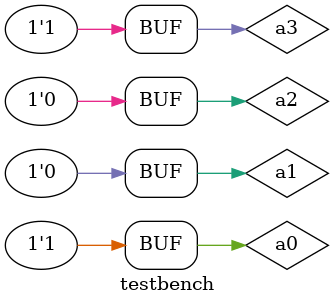
<source format=v>
module bcd_to_gray_code_gate(a0,a1,a2,a3,b0,b1,b2,b3);
    input a0, a1, a2, a3;
    output b0, b1, b2, b3;
    wire c,d,e,f,g,h,i,j;

    and(b3,a3,a3);

    or(b2, a2,a3);

    not(c,a2);
    and(d,c,a1);
    not(e,a1);
    and(f,e,a2);
    or(b1,d,f);

    and(g,e,a0);
    not(h,a0);
    and(i,h,a1);
    or(b0,i,g);

endmodule

module bcd_to_gray_code_df(a0,a1,a2,a3,b0,b1,b2,b3);
    input a0,a1,a2,a3;
    output b0,b1,b2,b3;
    assign b3 = a3;
    assign b2 = a2 | a3;
    assign b1 = (~a2 & a1)| (~a1 & a2);
    assign b0 = (~a1 & a0)| (~a0 & a1);
endmodule

module testbench;
    reg a0,a1,a2,a3;
    wire b0,b1,b2,b3;
    initial begin
        $dumpfile("bcd_to_gray_code.vcd");
        $dumpvars(0,converter);
        $display("A3\tA2\tA1\tA0\t\tB3\tB2\tB1\tB0");
        $monitor("%b\t%b\t%b\t%b\t\t%b\t%b\t%b\t%b\t", a3,a2,a1,a0,b3,b2,b1,b0);
        #0 a0=1'b0; a1=1'b0;a2=1'b0;a3=1'b0;
        #2 a0=1'b1; a1=1'b0;a2=1'b0;a3=1'b0;
        #2 a0=1'b0; a1=1'b1;a2=1'b0;a3=1'b0;
        #2 a0=1'b1; a1=1'b1;a2=1'b0;a3=1'b0;
        #2 a0=1'b0; a1=1'b0;a2=1'b1;a3=1'b0;
        #2 a0=1'b1; a1=1'b0;a2=1'b1;a3=1'b0;
        #2 a0=1'b0; a1=1'b1;a2=1'b1;a3=1'b0;
        #2 a0=1'b1; a1=1'b1;a2=1'b1;a3=1'b0;
        #2 a0=1'b0; a1=1'b0;a2=1'b0;a3=1'b1; 
        #2 a0=1'b1; a1=1'b0;a2=1'b0;a3=1'b1; 
    end
    bcd_to_gray_code_df converter(a0,a1,a2,a3,b0,b1,b2,b3);
endmodule
</source>
